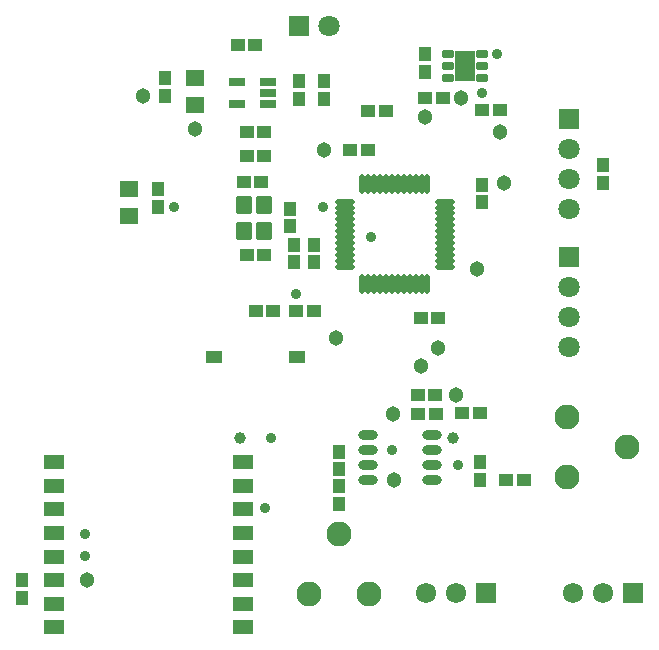
<source format=gts>
G04*
G04 #@! TF.GenerationSoftware,Altium Limited,Altium Designer,21.3.2 (30)*
G04*
G04 Layer_Color=8388736*
%FSTAX24Y24*%
%MOIN*%
G70*
G04*
G04 #@! TF.SameCoordinates,7CAEB1DE-A824-4D29-B8D0-2D7E757E666D*
G04*
G04*
G04 #@! TF.FilePolarity,Negative*
G04*
G01*
G75*
%ADD30R,0.0552X0.0395*%
%ADD31R,0.0454X0.0434*%
%ADD32R,0.0434X0.0454*%
%ADD33O,0.0198X0.0651*%
%ADD34O,0.0651X0.0198*%
%ADD35O,0.0651X0.0316*%
%ADD36R,0.0630X0.0580*%
G04:AMPARAMS|DCode=37|XSize=63.1mil|YSize=55.2mil|CornerRadius=9.9mil|HoleSize=0mil|Usage=FLASHONLY|Rotation=270.000|XOffset=0mil|YOffset=0mil|HoleType=Round|Shape=RoundedRectangle|*
%AMROUNDEDRECTD37*
21,1,0.0631,0.0354,0,0,270.0*
21,1,0.0433,0.0552,0,0,270.0*
1,1,0.0198,-0.0177,-0.0217*
1,1,0.0198,-0.0177,0.0217*
1,1,0.0198,0.0177,0.0217*
1,1,0.0198,0.0177,-0.0217*
%
%ADD37ROUNDEDRECTD37*%
%ADD38R,0.0540X0.0304*%
G04:AMPARAMS|DCode=39|XSize=41.9mil|YSize=24.5mil|CornerRadius=6.1mil|HoleSize=0mil|Usage=FLASHONLY|Rotation=0.000|XOffset=0mil|YOffset=0mil|HoleType=Round|Shape=RoundedRectangle|*
%AMROUNDEDRECTD39*
21,1,0.0419,0.0124,0,0,0.0*
21,1,0.0297,0.0245,0,0,0.0*
1,1,0.0121,0.0149,-0.0062*
1,1,0.0121,-0.0149,-0.0062*
1,1,0.0121,-0.0149,0.0062*
1,1,0.0121,0.0149,0.0062*
%
%ADD39ROUNDEDRECTD39*%
%ADD40R,0.0671X0.1025*%
%ADD41R,0.0671X0.0474*%
%ADD42C,0.0830*%
%ADD43C,0.0678*%
%ADD44R,0.0678X0.0678*%
%ADD45C,0.0395*%
%ADD46R,0.0710X0.0710*%
%ADD47C,0.0710*%
%ADD48R,0.0710X0.0710*%
%ADD49C,0.0513*%
%ADD50C,0.0356*%
D30*
X009802Y009785D02*
D03*
X007046D02*
D03*
D31*
X009779Y011335D02*
D03*
X010369D02*
D03*
X009019D02*
D03*
X008429D02*
D03*
X017369Y005685D02*
D03*
X016779D02*
D03*
X013839Y007885D02*
D03*
X014429D02*
D03*
X013829Y008535D02*
D03*
X014419D02*
D03*
X015324Y007935D02*
D03*
X015915D02*
D03*
X013929Y011085D02*
D03*
X014519D02*
D03*
X008619Y015635D02*
D03*
X008029D02*
D03*
X008719Y017285D02*
D03*
X008129D02*
D03*
Y016485D02*
D03*
X008719D02*
D03*
X008419Y020185D02*
D03*
X007829D02*
D03*
X012169Y016685D02*
D03*
X011579D02*
D03*
X012179Y017985D02*
D03*
X012769D02*
D03*
X014669Y018435D02*
D03*
X014079D02*
D03*
X015979Y018035D02*
D03*
X016569D02*
D03*
X008129Y013185D02*
D03*
X008719D02*
D03*
D32*
X009724Y01353D02*
D03*
Y012939D02*
D03*
X010374D02*
D03*
Y01353D02*
D03*
X009574Y014139D02*
D03*
Y01473D02*
D03*
X015924Y005689D02*
D03*
Y00628D02*
D03*
X005174Y01538D02*
D03*
Y014789D02*
D03*
X009874Y018389D02*
D03*
Y01898D02*
D03*
X010724D02*
D03*
Y018389D02*
D03*
X005424Y01908D02*
D03*
Y018489D02*
D03*
X020024Y01618D02*
D03*
Y015589D02*
D03*
X014074Y019289D02*
D03*
Y01988D02*
D03*
X015974Y014939D02*
D03*
Y01553D02*
D03*
X00065Y002345D02*
D03*
Y001755D02*
D03*
X011224Y004885D02*
D03*
Y005475D02*
D03*
Y006039D02*
D03*
Y00663D02*
D03*
D33*
X011991Y015548D02*
D03*
X012188D02*
D03*
X012385D02*
D03*
X012582D02*
D03*
X012779D02*
D03*
X012976D02*
D03*
X013172D02*
D03*
X013369D02*
D03*
X013566D02*
D03*
X013763D02*
D03*
X01396D02*
D03*
X014157D02*
D03*
Y012221D02*
D03*
X01396D02*
D03*
X013763D02*
D03*
X013566D02*
D03*
X013369D02*
D03*
X013172D02*
D03*
X012976D02*
D03*
X012779D02*
D03*
X012582D02*
D03*
X012385D02*
D03*
X012188D02*
D03*
X011991D02*
D03*
D34*
X014737Y014967D02*
D03*
Y01477D02*
D03*
Y014574D02*
D03*
Y014377D02*
D03*
Y01418D02*
D03*
Y013983D02*
D03*
Y013786D02*
D03*
Y013589D02*
D03*
Y013393D02*
D03*
Y013196D02*
D03*
Y012999D02*
D03*
Y012802D02*
D03*
X011411Y012999D02*
D03*
Y013196D02*
D03*
Y013393D02*
D03*
Y013589D02*
D03*
Y013786D02*
D03*
Y013983D02*
D03*
Y01418D02*
D03*
Y014377D02*
D03*
Y014574D02*
D03*
Y01477D02*
D03*
Y014967D02*
D03*
Y012802D02*
D03*
D35*
X012166Y007185D02*
D03*
Y006685D02*
D03*
Y006185D02*
D03*
Y005685D02*
D03*
X014312Y007185D02*
D03*
Y006685D02*
D03*
Y006185D02*
D03*
Y005685D02*
D03*
D36*
X004224Y015385D02*
D03*
Y014485D02*
D03*
X006424Y019085D02*
D03*
Y018185D02*
D03*
D37*
X008039Y014868D02*
D03*
Y014002D02*
D03*
X008709D02*
D03*
Y014868D02*
D03*
D38*
X007808Y01896D02*
D03*
X00884Y018584D02*
D03*
Y01821D02*
D03*
Y018958D02*
D03*
X007808Y01821D02*
D03*
D39*
X014844Y019878D02*
D03*
Y019485D02*
D03*
Y019091D02*
D03*
X015974D02*
D03*
Y019485D02*
D03*
Y019878D02*
D03*
D40*
X015409Y019485D02*
D03*
D41*
X008Y000775D02*
D03*
Y001563D02*
D03*
Y00235D02*
D03*
Y003137D02*
D03*
Y003925D02*
D03*
Y004712D02*
D03*
Y0055D02*
D03*
Y006287D02*
D03*
X001701Y000775D02*
D03*
Y001563D02*
D03*
Y00235D02*
D03*
Y003137D02*
D03*
Y003925D02*
D03*
Y004712D02*
D03*
Y0055D02*
D03*
Y006287D02*
D03*
D42*
X012224Y001885D02*
D03*
X011224Y003885D02*
D03*
X010224Y001885D02*
D03*
X018824Y007785D02*
D03*
X020824Y006785D02*
D03*
X018824Y005785D02*
D03*
D43*
X014124Y001935D02*
D03*
X015124D02*
D03*
X019024Y001927D02*
D03*
X020024D02*
D03*
D44*
X016124Y001935D02*
D03*
X021024Y001927D02*
D03*
D45*
X007924Y007087D02*
D03*
X015011D02*
D03*
D46*
X009874Y020835D02*
D03*
D47*
X010874D02*
D03*
X018874Y012135D02*
D03*
Y011135D02*
D03*
Y010135D02*
D03*
Y016735D02*
D03*
Y015735D02*
D03*
Y014735D02*
D03*
D48*
Y013135D02*
D03*
Y017735D02*
D03*
D49*
X0028Y00235D02*
D03*
X01305Y0057D02*
D03*
X013024Y007885D02*
D03*
X01395Y0095D02*
D03*
X014524Y010085D02*
D03*
X011124Y010435D02*
D03*
X010724Y016685D02*
D03*
X006424Y017385D02*
D03*
X014074Y017785D02*
D03*
X004674Y018485D02*
D03*
X015124Y008535D02*
D03*
X015824Y012735D02*
D03*
X016724Y015585D02*
D03*
X016574Y017285D02*
D03*
X015274Y018435D02*
D03*
D50*
X00275Y00315D02*
D03*
Y0039D02*
D03*
X00875Y00475D02*
D03*
X012974Y006685D02*
D03*
X00895Y0071D02*
D03*
X009774Y011879D02*
D03*
X012274Y013785D02*
D03*
X010674Y014785D02*
D03*
X005724D02*
D03*
X015174Y006185D02*
D03*
X015974Y018585D02*
D03*
X016474Y019885D02*
D03*
M02*

</source>
